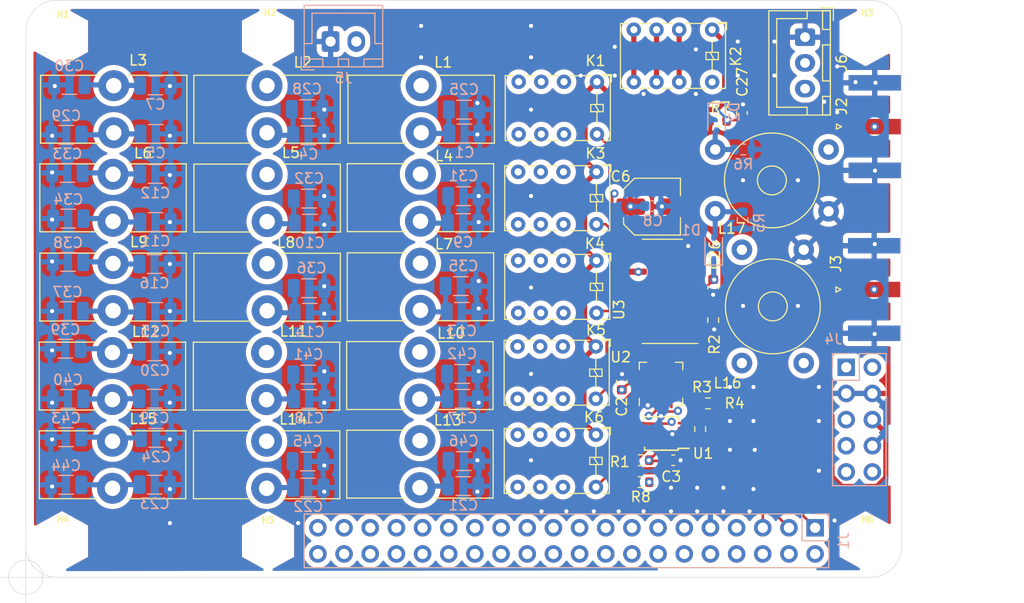
<source format=kicad_pcb>
(kicad_pcb (version 20221018) (generator pcbnew)
  (layers (0 "F.Cu" signal) (1 "In1.Cu" signal) (2 "In2.Cu" signal) (31 "B.Cu" signal) (34 "B.Paste" user) (35 "F.Paste" user) (36 "B.SilkS" user "B.Silkscreen") (37 "F.SilkS" user "F.Silkscreen") (38 "B.Mask" user) (39 "F.Mask" user) (44 "Edge.Cuts" user))
  (net 0 "")
  (net 1 "GND")
  (net 2 "Net-(C28-Pad1)")
  (net 3 "Net-(C29-Pad1)")
  (net 4 "Net-(C30-Pad1)")
  (net 5 "Net-(C31-Pad1)")
  (net 6 "Net-(C10-Pad1)")
  (net 7 "Net-(C11-Pad1)")
  (net 8 "Net-(C12-Pad1)")
  (net 9 "Net-(C13-Pad1)")
  (net 10 "Net-(C14-Pad1)")
  (net 11 "Net-(C15-Pad1)")
  (net 12 "Net-(C16-Pad1)")
  (net 13 "Net-(C17-Pad1)")
  (net 14 "Net-(J1-Pin_1)")
  (net 15 "Net-(J4-Pin_6)")
  (net 16 "Net-(C1-Pad1)")
  (net 17 "Net-(C18-Pad1)")
  (net 18 "Net-(C19-Pad1)")
  (net 19 "Net-(C20-Pad1)")
  (net 20 "Net-(C21-Pad1)")
  (net 21 "Net-(C22-Pad1)")
  (net 22 "Net-(C23-Pad1)")
  (net 23 "Net-(C24-Pad1)")
  (net 24 "Net-(J1-Pin_3)")
  (net 26 "Net-(J1-Pin_5)")
  (net 58 "Net-(K1-Pad2)")
  (net 59 "Net-(K1-Pad3)")
  (net 64 "Net-(K3-Pad2)")
  (net 65 "Net-(K1-Pad6)")
  (net 66 "Net-(U3-O1)")
  (net 67 "Net-(K4-Pad2)")
  (net 68 "Net-(U3-O5)")
  (net 69 "Net-(K3-Pad6)")
  (net 70 "Net-(U3-O2)")
  (net 71 "Net-(K4-Pad6)")
  (net 72 "Net-(U3-O3)")
  (net 73 "Net-(K5-Pad2)")
  (net 74 "Net-(K5-Pad6)")
  (net 75 "Net-(U3-O4)")
  (net 76 "Net-(K6-Pad2)")
  (net 81 "Net-(U2-GP0)")
  (net 83 "Net-(D1-K)")
  (net 84 "Net-(D2-K)")
  (net 85 "Net-(U2-GP1)")
  (net 86 "Net-(U2-GP2)")
  (net 87 "Net-(U2-GP3)")
  (net 88 "Net-(U2-GP4)")
  (net 90 "Net-(U2-GP7)")
  (net 92 "Net-(U2-GP6)")
  (net 93 "Net-(U3-O7)")
  (net 94 "Net-(D1-A)")
  (net 95 "Net-(J3-In)")
  (net 96 "Net-(K6-Pad6)")
  (net 97 "Net-(U1-AIN1)")
  (net 98 "Net-(J2-In)")
  (net 99 "Net-(J5-Pin_2)")
  (net 106 "Net-(J6-Pin_3)")
  (net 107 "Net-(D2-A)")
  (footprint "Relay_THT:Relay_DPDT_AXICOM_IMSeries_Pitch5.08mm" (layer "F.Cu") (at 155.905 142.295 -90)
    (fp_text reference "K6")
    (fp_text value "IM06")
  )
  (footprint "Inductor_THT:L_Toroid_Vertical_L14.0mm_W6.3mm_P4.57mm_Pulse_A" (layer "F.Cu") (at 109.035 125.6825)
    (fp_text reference "L9")
    (fp_text value "773n")
  )
  (footprint "Capacitor_SMD:C_0603_1608Metric" (layer "F.Cu") (at 170.077 111.077 90)
    (fp_text reference "C27")
    (fp_text value "10n")
  )
  (footprint "MPV-2024:MountingHole_2.7mm_M2.5_KA" (layer "F.Cu") (at 104.08 103.63)
    (fp_text reference "H1")
    (fp_text value "2.5mm")
  )
  (footprint "Inductor_THT:L_Toroid_Vertical_L14.0mm_W6.3mm_P4.57mm_Pulse_A" (layer "F.Cu") (at 138.945 108.42)
    (fp_text reference "L1")
    (fp_text value "2.42uh")
  )
  (footprint "Relay_THT:Relay_DPDT_AXICOM_IMSeries_Pitch5.08mm" (layer "F.Cu") (at 156.005 108.045 -90)
    (fp_text reference "K1")
    (fp_text value "IM06")
  )
  (footprint "Transformer_THT:Transformer_Toroid_Horizontal_D9.0mm_Amidon-T30" (layer "F.Cu") (at 167.485 120.615)
    (fp_text reference "L17")
    (fp_text value "T37-43 1:13")
  )
  (footprint "Inductor_THT:L_Toroid_Vertical_L14.0mm_W6.3mm_P4.57mm_Pulse_A" (layer "F.Cu") (at 123.985 108.42)
    (fp_text reference "L2")
    (fp_text value "3.01uh")
  )
  (footprint "Inductor_THT:L_Toroid_Vertical_L14.0mm_W6.3mm_P4.57mm_Pulse_A" (layer "F.Cu") (at 109.105 108.42)
    (fp_text reference "L3")
    (fp_text value "2.42uh")
  )
  (footprint "Relay_THT:Relay_DPDT_AXICOM_IMSeries_Pitch5.08mm" (layer "F.Cu") (at 155.895 133.7325 -90)
    (fp_text reference "K5")
    (fp_text value "IM06")
  )
  (footprint "Package_SO:SOIC-16_3.9x9.9mm_P1.27mm" (layer "F.Cu") (at 162.355 128.385 180)
    (fp_text reference "U3")
    (fp_text value "ULN2003A")
  )
  (footprint "Capacitor_SMD:C_0603_1608Metric" (layer "F.Cu") (at 163.405 144.775)
    (fp_text reference "C3")
    (fp_text value "100n")
  )
  (footprint "MPV-2024:MountingHole_2.7mm_M2.5_KA" (layer "F.Cu") (at 182.08 152.63)
    (fp_text reference "H6")
    (fp_text value "2.5mm")
  )
  (footprint "MPV-2024:MountingHole_2.7mm_M2.5_KA" (layer "F.Cu") (at 124.08 103.63)
    (fp_text reference "H2")
    (fp_text value "2.5mm")
  )
  (footprint "Connector_Coaxial:SMA_Amphenol_132289_EdgeMount" (layer "F.Cu") (at 182.91 128.205)
    (fp_text reference "J3")
    (fp_text value "Antenna")
  )
  (footprint "Inductor_THT:L_Toroid_Vertical_L14.0mm_W6.3mm_P4.57mm_Pulse_A" (layer "F.Cu") (at 109.035 117.02125)
    (fp_text reference "L6")
    (fp_text value "1.38u")
  )
  (footprint "Capacitor_SMD:C_Elec_5x5.8" (layer "F.Cu") (at 161.349 120.163)
    (fp_text reference "C6")
    (fp_text value "33µ 25V")
  )
  (footprint "Capacitor_SMD:C_0603_1608Metric" (layer "F.Cu") (at 167.285 127.999 -90)
    (fp_text reference "C26")
    (fp_text value "10n")
  )
  (footprint "Inductor_THT:L_Toroid_Vertical_L14.0mm_W6.3mm_P4.57mm_Pulse_A" (layer "F.Cu") (at 108.985 142.929)
    (fp_text reference "L15")
    (fp_text value "300n")
  )
  (footprint "MPV-2024:MountingHole_2.7mm_M2.5_KA" (layer "F.Cu") (at 104.08 152.63)
    (fp_text reference "H4")
    (fp_text value "2.5mm")
  )
  (footprint "MPV-2024:MountingHole_2.7mm_M2.5_KA" (layer "F.Cu") (at 124.08 152.63)
    (fp_text reference "H5")
    (fp_text value "2.5mm")
  )
  (footprint "Transformer_THT:Transformer_Toroid_Horizontal_D9.0mm_Amidon-T30" (layer "F.Cu") (at 176.075 135.345 90)
    (fp_text reference "L16")
    (fp_text value "T37-43 1:13")
  )
  (footprint "Resistor_SMD:R_0603_1608Metric" (layer "F.Cu") (at 167.285 131.173 -90)
    (fp_text reference "R2")
    (fp_text value "10k")
  )
  (footprint "MPV-2024:MountingHole_2.7mm_M2.5_KA" (layer "F.Cu") (at 182.08 103.63)
    (fp_text reference "H3")
    (fp_text value "2.5mm")
  )
  (footprint "Resistor_SMD:R_0603_1608Metric" (layer "F.Cu") (at 166.023 141.754 -90)
    (fp_text reference "R3")
    (fp_text value "1k")
  )
  (footprint "Connector_Coaxial:SMA_Amphenol_132289_EdgeMount" (layer "F.Cu") (at 182.96 112.395)
    (fp_text reference "J2")
    (fp_text value "Input")
  )
  (footprint "Resistor_SMD:R_0603_1608Metric" (layer "F.Cu") (at 166.785 139.255 180)
    (fp_text reference "R4")
    (fp_text value "9.0k")
  )
  (footprint "Inductor_THT:L_Toroid_Vertical_L14.0mm_W6.3mm_P4.57mm_Pulse_A" (layer "F.Cu") (at 123.935 134.32525)
    (fp_text reference "L11")
    (fp_text value "561n")
  )
  (footprint "Inductor_THT:L_Toroid_Vertical_L14.0mm_W6.3mm_P4.57mm_Pulse_A" (layer "F.Cu") (at 138.875 125.6525)
    (fp_text reference "L7")
    (fp_text value "773n")
  )
  (footprint "Connector_JST:JST_XH_B3B-XH-A_1x03_P2.50mm_Vertical" (layer "F.Cu") (at 176.203 103.713 -90)
    (fp_text reference "J6")
    (fp_text value "/PA")
  )
  (footprint "Relay_THT:Relay_DPDT_AXICOM_IMSeries_Pitch5.08mm" (layer "F.Cu") (at 167.185 102.985 -90)
    (fp_text reference "K2")
    (fp_text value "IM06")
  )
  (footprint "Inductor_THT:L_Toroid_Vertical_L14.0mm_W6.3mm_P4.57mm_Pulse_A" (layer "F.Cu") (at 138.875 117.00625)
    (fp_text reference "L4")
    (fp_text value "1.38u")
  )
  (footprint "Inductor_THT:L_Toroid_Vertical_L14.0mm_W6.3mm_P4.57mm_Pulse_A" (layer "F.Cu") (at 123.995 125.6975)
    (fp_text reference "L8")
    (fp_text value "990n")
  )
  (footprint "Inductor_THT:L_Toroid_Vertical_L14.0mm_W6.3mm_P4.57mm_Pulse_A" (layer "F.Cu") (at 108.975 134.31775)
    (fp_text reference "L12")
    (fp_text value "444n")
  )
  (footprint "Relay_THT:Relay_DPDT_AXICOM_IMSeries_Pitch5.08mm" (layer "F.Cu") (at 155.955 116.7875 -90)
    (fp_text reference "K3")
    (fp_text value "IM06")
  )
  (footprint "Resistor_SMD:R_0603_1608Metric" (layer "F.Cu") (at 160.255 144.773 180)
    (fp_text reference "R1")
    (fp_text value "10k")
  )
  (footprint "Inductor_THT:L_Toroid_Vertical_L14.0mm_W6.3mm_P4.57mm_Pulse_A" (layer "F.Cu") (at 138.825 142.869)
    (fp_text reference "L13")
    (fp_text value "300n")
  )
  (footprint "Package_SO:TSSOP-10_3x3mm_P0.5mm" (layer "F.Cu") (at 162.255 142.175 180)
    (fp_text reference "U1")
    (fp_text value "ADS1115IDGS")
  )
  (footprint "Inductor_THT:L_Toroid_Vertical_L14.0mm_W6.3mm_P4.57mm_Pulse_A" (layer "F.Cu") (at 123.945 142.929)
    (fp_text reference "L14")
    (fp_text value "380n")
  )
  (footprint "Inductor_THT:L_Toroid_Vertical_L14.0mm_W6.3mm_P4.57mm_Pulse_A" (layer "F.Cu") (at 123.995 117.04375)
    (fp_text reference "L5")
    (fp_text value "1.70u")
  )
  (footprint "Relay_THT:Relay_DPDT_AXICOM_IMSeries_Pitch5.08mm" (layer "F.Cu") (at 155.955 125.4 -90)
    (fp_text reference "K4")
    (fp_text value "IM06")
  )
  (footprint "Package_DFN_QFN:QFN-20-1EP_4x4mm_P0.5mm_EP2.7x2.7mm" (layer "F.Cu") (at 162.225 137.375 90)
    (fp_text reference "U2")
    (fp_text value "MCP23008-xML")
  )
  (footprint "Resistor_SMD:R_0603_1608Metric" (layer "F.Cu") (at 167.771 111.839 180)
    (fp_text reference "R7")
    (fp_text value "10k")
  )
  (footprint "Capacitor_SMD:C_0603_1608Metric" (layer "F.Cu") (at 158.415 137.165 90)
    (fp_text reference "C2")
    (fp_text value "100n")
  )
  (footprint "Resistor_SMD:R_0603_1608Metric" (layer "F.Cu") (at 160.255 146.902 180)
    (fp_text reference "R8")
    (fp_text value "10k")
  )
  (footprint "Inductor_THT:L_Toroid_Vertical_L14.0mm_W6.3mm_P4.57mm_Pulse_A" (layer "F.Cu") (at 138.815 134.27275)
    (fp_text reference "L10")
    (fp_text value "444n")
  )
  (footprint "Capacitor_SMD:C_1206_3216Metric" (layer "B.Cu") (at 143.045 119.145)
    (fp_text reference "C31")
    (fp_text value "0p")
  )
  (footprint "Capacitor_SMD:C_1206_3216Metric" (layer "B.Cu") (at 113.065 138.805)
    (fp_text reference "C19")
    (fp_text value "220p")
  )
  (footprint "Capacitor_SMD:C_0603_1608Metric" (layer "B.Cu") (at 161.429 120.103)
    (fp_text reference "C8")
    (fp_text value "100n")
  )
  (footprint "Capacitor_SMD:C_1206_3216Metric" (layer "B.Cu") (at 104.605 116.885 180)
    (fp_text reference "C33")
    (fp_text value "0p")
  )
  (footprint "Capacitor_SMD:C_1206_3216Metric" (layer "B.Cu") (at 128.075 138.83)
    (fp_text reference "C18")
    (fp_text value "220p")
  )
  (footprint "Capacitor_SMD:C_1206_3216Metric" (layer "B.Cu") (at 143.145 113.055)
    (fp_text reference "C1")
    (fp_text value "470p")
  )
  (footprint "Capacitor_SMD:C_1206_3216Metric" (layer "B.Cu") (at 142.921 136.401)
    (fp_text reference "C42")
    (fp_text value "33p")
  )
  (footprint "Capacitor_SMD:C_1206_3216Metric" (layer "B.Cu") (at 127.935 144.893)
    (fp_text reference "C45")
    (fp_text value "0p")
  )
  (footprint "Capacitor_SMD:C_1206_3216Metric" (layer "B.Cu") (at 142.895 130.375)
    (fp_text reference "C13")
    (fp_text value "150p")
  )
  (footprint "Capacitor_SMD:C_1206_3216Metric" (layer "B.Cu") (at 128.059 128.081)
    (fp_text reference "C36")
    (fp_text value "0p")
  )
  (footprint "Capacitor_SMD:C_1206_3216Metric" (layer "B.Cu") (at 104.475 147.159 180)
    (fp_text reference "C44")
    (fp_text value "0p")
  )
  (footprint "Capacitor_SMD:C_1206_3216Metric" (layer "B.Cu") (at 142.955 138.815)
    (fp_text reference "C17")
    (fp_text value "47p")
  )
  (footprint "Capacitor_SMD:C_1206_3216Metric" (layer "B.Cu") (at 142.791 127.875)
    (fp_text reference "C35")
    (fp_text value "33p")
  )
  (footprint "Capacitor_SMD:C_1206_3216Metric" (layer "B.Cu") (at 113.085 147.145)
    (fp_text reference "C23")
    (fp_text value "150p")
  )
  (footprint "Capacitor_SMD:C_1206_3216Metric" (layer "B.Cu") (at 127.995 113.235)
    (fp_text reference "C4")
    (fp_text value "820p")
  )
  (footprint "Capacitor_SMD:C_1206_3216Metric" (layer "B.Cu") (at 113.145 108.395)
    (fp_text reference "C7")
    (fp_text value "470p")
  )
  (footprint "Capacitor_SMD:C_1206_3216Metric" (layer "B.Cu") (at 127.997 136.463)
    (fp_text reference "C41")
    (fp_text value "0p")
  )
  (footprint "Capacitor_SMD:C_1206_3216Metric" (layer "B.Cu") (at 104.691 121.319 180)
    (fp_text reference "C34")
    (fp_text value "0p")
  )
  (footprint "Resistor_SMD:R_0603_1608Metric" (layer "B.Cu") (at 170.205 114.615)
    (fp_text reference "R6")
    (fp_text value "51")
  )
  (footprint "Diode_SMD:D_SOD-323" (layer "B.Cu") (at 167.34 124.221 90)
    (fp_text reference "D1")
    (fp_text value "1n5711wds")
  )
  (footprint "Diode_SMD:D_SOD-323" (layer "B.Cu") (at 167.619 111.725 -90)
    (fp_text reference "D2")
    (fp_text value "1n5711wds")
  )
  (footprint "Capacitor_SMD:C_1206_3216Metric" (layer "B.Cu") (at 113.175 113.105)
    (fp_text reference "C5")
    (fp_text value "820p")
  )
  (footprint "Connector_PinSocket_2.54mm:PinSocket_2x05_P2.54mm_Vertical" (layer "B.Cu") (at 180.2 135.7536 180)
    (fp_text reference "J4")
    (fp_text value "Pwr")
  )
  (footprint "Capacitor_SMD:C_1206_3216Metric" (layer "B.Cu") (at 128.135 121.82)
    (fp_text reference "C10")
    (fp_text value "680p")
  )
  (footprint "Capacitor_SMD:C_1206_3216Metric" (layer "B.Cu") (at 113.215 142.605)
    (fp_text reference "C24")
    (fp_text value "47p")
  )
  (footprint "Capacitor_SMD:C_1206_3216Metric" (layer "B.Cu") (at 128.059 119.383)
    (fp_text reference "C32")
    (fp_text value "0p")
  )
  (footprint "Capacitor_SMD:C_1206_3216Metric" (layer "B.Cu") (at 143.075 144.859)
    (fp_text reference "C46")
    (fp_text value "10p")
  )
  (footprint "Capacitor_SMD:C_1206_3216Metric" (layer "B.Cu") (at 104.499 113.191 180)
    (fp_text reference "C29")
    (fp_text value "390p")
  )
  (footprint "Capacitor_SMD:C_1206_3216Metric" (layer "B.Cu") (at 143.025 147.285)
    (fp_text reference "C21")
    (fp_text value "47p")
  )
  (footprint "Capacitor_SMD:C_1206_3216Metric" (layer "B.Cu") (at 113.145 116.985)
    (fp_text reference "C12")
    (fp_text value "270p")
  )
  (footprint "Capacitor_SMD:C_1206_3216Metric" (layer "B.Cu") (at 113.145 130.385)
    (fp_text reference "C15")
    (fp_text value "390p")
  )
  (footprint "Capacitor_SMD:C_1206_3216Metric" (layer "B.Cu") (at 113.065 125.735)
    (fp_text reference "C16")
    (fp_text value "150p")
  )
  (footprint "Connector_JST:JST_XH_B2B-XH-A_1x02_P2.50mm_Vertical" (layer "B.Cu") (at 130.149 104.135)
    (fp_text reference "J5")
    (fp_text value "RX")
  )
  (footprint "Capacitor_SMD:C_1206_3216Metric" (layer "B.Cu") (at 143.107 110.747)
    (fp_text reference "C25")
    (fp_text value "0p")
  )
  (footprint "Capacitor_SMD:C_1206_3216Metric" (layer "B.Cu") (at 113.155 121.655)
    (fp_text reference "C11")
    (fp_text value "680p")
  )
  (footprint "Capacitor_SMD:C_1206_3216Metric" (layer "B.Cu") (at 143.015 121.765)
    (fp_text reference "C9")
    (fp_text value "270p")
  )
  (footprint "Capacitor_SMD:C_1206_3216Metric" (layer "B.Cu") (at 104.797 108.345 180)
    (fp_text reference "C30")
    (fp_text value "0p")
  )
  (footprint "Capacitor_SMD:C_1206_3216Metric" (layer "B.Cu") (at 104.413 133.951 180)
    (fp_text reference "C39")
    (fp_text value "33p")
  )
  (footprint "Capacitor_SMD:C_1206_3216Metric" (layer "B.Cu") (at 127.867 110.699)
    (fp_text reference "C28")
    (fp_text value "390p")
  )
  (footprint "Capacitor_SMD:C_1206_3216Metric" (layer "B.Cu") (at 104.629 130.305 180)
    (fp_text reference "C37")
    (fp_text value "0p")
  )
  (footprint "Capacitor_SMD:C_1206_3216Metric" (layer "B.Cu") (at 104.667 138.825 180)
    (fp_text reference "C40")
    (fp_text value "0p")
  )
  (footprint "Capacitor_SMD:C_1206_3216Metric" (layer "B.Cu") (at 104.475 142.539 180)
    (fp_text reference "C43")
    (fp_text value "10p")
  )
  (footprint "Connector_PinSocket_2.54mm:PinSocket_2x20_P2.54mm_Vertical" (layer "B.Cu") (at 177.18 151.33 90)
    (fp_text reference "J1")
    (fp_text value "GPIO")
  )
  (footprint "Capacitor_SMD:C_1206_3216Metric" (layer "B.Cu") (at 113.105 134.205)
    (fp_text reference "C20")
    (fp_text value "47p")
  )
  (footprint "Capacitor_SMD:C_1206_3216Metric" (layer "B.Cu") (at 128.135 130.465)
    (fp_text reference "C14")
    (fp_text value "390p")
  )
  (footprint "Resistor_SMD:R_0603_1608Metric" (layer "B.Cu") (at 170.143 121.481 -90)
    (fp_text reference "R5")
    (fp_text value "51")
  )
  (footprint "Capacitor_SMD:C_1206_3216Metric" (layer "B.Cu") (at 104.667 125.521 180)
    (fp_text reference "C38")
    (fp_text value "33p")
  )
  (footprint "Capacitor_SMD:C_1206_3216Metric" (layer "B.Cu") (at 127.975 147.425)
    (fp_text reference "C22")
    (fp_text value "150p")
  )
  (gr_arc (start 182.58 100.13) (mid 184.70132 101.00868) (end 185.58 103.13) (stroke (width 0.05)) (layer "Edge.Cuts"))
  (gr_arc (start 103.58 156.13) (mid 101.455147 155.247782) (end 100.580017 153.12) (stroke (width 0.05)) (layer "Edge.Cuts"))
  (gr_line (start 100.58 103.12) (end 100.58 153.12) (stroke (width 0.05)) (layer "Edge.Cuts"))
  (gr_arc (start 100.580001 103.12) (mid 101.462207 101.005136) (end 103.58 100.129984) (stroke (width 0.05)) (layer "Edge.Cuts"))
  (gr_line (start 103.58 156.13) (end 182.58 156.13) (stroke (width 0.05)) (layer "Edge.Cuts"))
  (gr_line (start 185.58 103.13) (end 185.58 153.13) (stroke (width 0.05)) (layer "Edge.Cuts"))
  (gr_arc (start 185.58 153.13) (mid 184.70132 155.25132) (end 182.58 156.13) (stroke (width 0.05)) (layer "Edge.Cuts"))
  (gr_line (start 103.58 100.13) (end 182.58 100.13) (stroke (width 0.05)) (layer "Edge.Cuts"))
  (gr_text "©2024 Mario P. Vano\nLow Pass Filter Board\nLP2 ver 1.0" (at 114.046 103.886) (layer "F.Cu") (effects (font (size 0.7 0.7) (thickness 0.15) bold)))
  (target plus (at 100.5646 156.1368) (size 5) (width 0.05) (layer "Edge.Cuts"))
  (segment (start 161.054366 139.325) (end 160.939836 139.43953) (width 0.25) (layer "F.Cu") (net 1))
  (segment (start 163.58 142.175) (end 163.322 142.24) (width 0.25) (layer "F.Cu") (net 1))
  (segment (start 164.405 142.175) (end 163.58 142.175) (width 0.25) (layer "F.Cu") (net 1))
  (segment (start 160.105 141.675) (end 161.36 141.675) (width 0.25) (layer "F.Cu") (net 1))
  (segment (start 163.322 142.24) (end 163.449 142.306) (width 0.25) (layer "F.Cu") (net 1))
  (segment (start 163.449 143.044) (end 163.58 143.175) (width 0.25) (layer "F.Cu") (net 1))
  (segment (start 166.023 142.579) (end 165.619 142.175) (width 0.25) (layer "F.Cu") (net 1))
  (segment (start 162.225 139.325) (end 162.225 140.485) (width 0.25) (layer "F.Cu") (net 1))
  (segment (start 160.275 136.875) (end 158.895 136.875) (width 0.25) (layer "F.Cu") (net 1))
  (segment (start 163.85 143.175) (end 163.58 143.175) (width 0.25) (layer "F.Cu") (net 1))
  (segment (start 161.225 139.325) (end 161.054366 139.325) (width 0.25) (layer "F.Cu") (net 1))
  (segment (start 162.225 140.485) (end 162.22 140.49) (width 0.25) (layer "F.Cu") (net 1))
  (segment (start 162.86 143.175) (end 164.405 143.175) (width 0.25) (layer "F.Cu") (net 1))
  (segment (start 158.895 136.875) (end 158.44 136.42) (width 0.25) (layer "F.Cu") (net 1))
  (segment (start 161.36 141.675) (end 162.86 143.175) (width 0.25) (layer "F.Cu") (net 1))
  (segment (start 163.449 142.306) (end 163.449 143.044) (width 0.25) (layer "F.Cu") (net 1))
  (segment (start 165.619 142.175) (end 164.405 142.175) (width 0.25) (layer "F.Cu") (net 1))
  (via (at 144.526 121.666) (size 0.8) (drill 0.4) (layers "F.Cu" "B.Cu") (net 1))
  (via (at 114.554 150.876) (size 0.8) (drill 0.4) (layers "F.Cu" "B.Cu") (net 1))
  (via (at 171.323 143.764) (size 0.8) (drill 0.4) (layers "F.Cu" "B.Cu") (net 1))
  (via (at 144.399 113.157) (size 0.8) (drill 0.4) (layers "F.Cu" "B.Cu") (net 1))
  (via (at 169.672 107.442) (size 0.8) (drill 0.4) (layers "F.Cu" "B.Cu") (net 1))
  (via (at 157.734 104.648) (size 0.8) (drill 0.4) (layers "F.Cu" "B.Cu") (net 1))
  (via (at 138.938 102.616) (size 0.8) (drill 0.4) (layers "F.Cu" "B.Cu") (net 1))
  (via (at 129.54 113.284) (size 0.8) (drill 0.4) (layers "F.Cu" "B.Cu") (net 1))
  (via (at 170.18 117.602) (size 0.8) (drill 0.4) (layers "F.Cu" "B.Cu") (net 1))
  (via (at 160.528 109.22) (size 0.8) (drill 0.4) (layers "F.Cu" "B.Cu") (net 1))
  (via (at 149.606 119.126) (size 0.8) (drill 0.4) (layers "F.Cu" "B.Cu") (net 1))
  (via (at 163.195 149.733) (size 0.8) (drill 0.4) (layers "F.Cu" "B.Cu") (net 1))
  (via (at 158.115 149.733) (size 0.8) (drill 0.4) (layers "F.Cu" "B.Cu") (net 1))
  (via (at 154.432 107.442) (size 0.8) (drill 0.4) (layers "F.Cu" "B.Cu") (net 1))
  (via (at 103.124 147.32) (size 0.8) (drill 0.4) (layers "F.Cu" "B.Cu") (net 1))
  (via (at 149.606 102.616) (size 0.8) (drill 0.4) (layers "F.Cu" "B.Cu") (net 1))
  (via (at 167.28 128.716) (size 0.8) (drill 0.4) (layers "F.Cu" "B.Cu") (net 1))
  (via (at 114.554 139.192) (size 0.8) (drill 0.4) (layers "F.Cu" "B.Cu") (net 1))
  (via (at 183.04 108.14) (size 0.8) (drill 0.4) (layers "F.Cu" "B.Cu") (net 1))
  (via (at 179.324 110.998) (size 0.8) (drill 0.4) (layers "F.Cu" "B.Cu") (net 1))
  (via (at 150.622 149.733) (size 0.8) (drill 0.4) (layers "F.Cu" "B.Cu") (net 1))
  (via (at 103.124 113.284) (size 0.8) (drill 0.4) (layers "F.Cu" "B.Cu") (net 1))
  (via (at 114.554 134.366) (size 0.8) (drill 0.4) (layers "F.Cu" "B.Cu") (net 1))
  (via (at 144.526 139.192) (size 0.8) (drill 0.4) (layers "F.Cu" "B.Cu") (net 1))
  (via (at 177.546 137.668) (size 0.8) (drill 0.4) (layers "F.Cu" "B.Cu") (net 1))
  (via (at 103.124 116.84) (size 0.8) (drill 0.4) (layers "F.Cu" "B.Cu") (net 1))
  (via (at 103.124 134.112) (size 0.8) (drill 0.4) (layers "F.Cu" "B.Cu") (net 1))
  (via (at 178.054 109.982) (size 0.8) (drill 0.4) (layers "F.Cu" "B.Cu") (net 1))
  (via (at 149.606 128.016) (size 0.8) (drill 0.4) (layers "F.Cu" "B.Cu") (net 1))
  (via (at 129.54 139.192) (size 0.8) (drill 0.4) (layers "F.Cu" "B.Cu") (net 1))
  (via (at 149.606 105.664) (size 0.8) (drill 0.4) (layers "F.Cu" "B.Cu") (net 1))
  (via (at 144.399 147.828) (size 0.8) (drill 0.4) (layers "F.Cu" "B.Cu") (net 1))
  (via (at 160.528 149.733) (size 0.8) (drill 0.4) (layers "F.Cu" "B.Cu") (net 1))
  (via (at 170.18 129.794) (size 0.8) (drill 0.4) (layers "F.Cu" "B.Cu") (net 1))
  (via (at 165.608 109.22) (size 0.8) (drill 0.4) (layers "F.Cu" "B.Cu") (net 1))
  (via (at 129.54 147.828) (size 0.8) (drill 0.4) (layers "F.Cu" "B.Cu") (net 1))
  (via (at 168.91 143.764) (size 0.8) (drill 0.4) (layers "F.Cu" "B.Cu") (net 1))
  (via (at 114.554 113.284) (size 0.8) (drill 0.4) (layers "F.Cu" "B.Cu") (net 1))
  (via (at 165.735 149.733) (size 0.8) (drill 0.4) (layers "F.Cu" "B.Cu") (net 1))
  (via (at 144.399 110.109) (size 0.8) (drill 0.4) (layers "F.Cu" "B.Cu") (net 1))
  (via (at 164.86 123.99) (size 0.8) (drill 0.4) (layers "F.Cu" "B.Cu") (net 1))
  (via (at 129.54 145.288) (size 0.8) (drill 0.4) (layers "F.Cu" "B.Cu") (net 1))
  (via (at 163.195 147.447) (size 0.8) (drill 0.4) (layers "F.Cu" "B.Cu") (net 1))
  (via (at 165.735 147.447) (size 0.8) (drill 0.4) (layers "F.Cu" "B.Cu") (net 1))
  (via (at 129.54 127.889) (size 0.8) (drill 0.4) (layers "F.Cu" "B.Cu") (net 1))
  (via (at 182.96 132.52) (size 0.8) (drill 0.4) (layers "F.Cu" "B.Cu") (net 1))
  (via (at 144.526 119.126) (size 0.8) (drill 0.4) (layers "F.Cu" "B.Cu") (net 1))
  (via (at 144.526 127.381) (size 0.8) (drill 0.4) (layers "F.Cu" "B.Cu") (net 1))
  (via (at 103.124 121.412) (size 0.8) (drill 0.4) (layers "F.Cu" "B.Cu") (net 1))
  (via (at 181.102 108.077) (size 0.8) (drill 0.4) (layers "F.Cu" "B.Cu") (net 1))
  (via (at 103.124 130.302) (size 0.8) (drill 0.4) (layers "F.Cu" "B.Cu") (net 1))
  (via (at 168.275 149.733) (size 0.8) (drill 0.4) (layers "F.Cu" "B.Cu") (net 1))
  (via (at 114.554 108.458) (size 0.8) (drill 0.4) (layers "F.Cu" "B.Cu") (net 1))
  (via (at 155.702 149.733) (size 0.8) (drill 0.4) (layers "F.Cu" "B.Cu") (net 1))
  (via (at 157.734 107.442) (size 0.8) (drill 0.4) (layers "F.Cu" "B.Cu") (net 1))
  (via (at 182.97 123.8) (size 0.8) (drill 0.4) (layers "F.Cu" "B.Cu") (net 1))
  (via (at 167.386 132.08) (size 0.8) (drill 0.4) (layers "F.Cu" "B.Cu") (net 1))
  (via (at 129.54 136.144) (size 0.8) (drill 0.4) (layers "F.Cu" "B.Cu") (net 1))
  (via (at 114.554 147.574) (size 0.8) (drill 0.4) (layers "F.Cu" "B.Cu") (net 1))
  (via (at 164.12 144.78) (size 0.8) (drill 0.4) (layers "F.Cu" "B.Cu") (net 1))
  (via (at 103.378 108.458) (size 0.8) (drill 0.4) (layers "F.Cu" "B.Cu") (net 1))
  (via (at 168.91 137.668) (size 0.8) (drill 0.4) (layers "F.Cu" "B.Cu") (net 1))
  (via (at 171.196 140.97) (size 0.8) (drill 0.4) (layers "F.Cu" "B.Cu") (net 1))
  (via (at 149.606 144.78) (size 0.8) (drill 0.4) (layers "F.Cu" "B.Cu") (net 1))
  (via (at 177.546 140.97) (size 0.8) (drill 0.4) (layers "F.Cu" "B.Cu") (net 1))
  (via (at 129.54 119.126) (size 0.8) (drill 0.4) (layers "F.Cu" "B.Cu") (net 1))
  (via (at 168.275 147.447) (size 0.8) (drill 0.4) (layers "F.Cu" "B.Cu") (net 1))
  (via (at 114.554 130.302) (size 0.8) (drill 0.4) (layers "F.Cu" "B.Cu") (net 1))
  (via (at 169.672 104.14) (size 0.8) (drill 0.4) (layers "F.Cu" "B.Cu") (net 1))
  (via (at 144.526 136.144) (size 0.8) (drill 0.4) (layers "F.Cu" "B.Cu") (net 1))
  (via (at 129.54 110.744) (size 0.8) (drill 0.4) (layers "F.Cu" "B.Cu") (net 1))
  (via (at 153.035 149.733) (size 0.8) (drill 0.4) (layers "F.Cu" "B.Cu") (net 1))
  (via (at 103.124 142.748) (size 0.8) (drill 0.4) (layers "F.Cu" "B.Cu") (net 1))
  (via (at 165.608 104.902) (size 0.8) (drill 0.4) (layers "F.Cu" "B.Cu") (net 1))
  (via (at 160.939836 139.43953) (size 0.8) (drill 0.4) (layers "F.Cu" "B.Cu") (net 1))
  (via (at 163.322 142.24) (size 0.8) (drill 0.4) (layers "F.Cu" "B.Cu") (net 1))
  (via (at 179.07 150.622) (size 0.8) (drill 0.4) (layers "F.Cu" "B.Cu") (net 1))
  (via (at 158.44 136.42) (size 0.8) (drill 0.4) (layers "F.Cu" "B.Cu") (net 1))
  (via (at 103.124 125.476) (size 0.8) (drill 0.4) (layers "F.Cu" "B.Cu") (net 1))
  (via (at 138.938 105.664) (size 0.8) (drill 0.4) (layers "F.Cu" "B.Cu") (net 1))
  (via (at 144.526 130.048) (size 0.8) (drill 0.4) (layers "F.Cu" "B.Cu") (net 1))
  (via (at 114.554 117.094) (size 0.8) (drill 0.4) (layers "F.Cu" "B.Cu") (net 1))
  (via (at 127 150.876) (size 0.8) (drill 0.4) (layers "F.Cu" "B.Cu") (net 1))
  (via (at 144.399 144.78) (size 0.8) (drill 0.4) (layers "F.Cu" "B.Cu") (net 1))
  (via (at 114.554 142.748) (size 0.8) (drill 0.4) (layers "F.Cu" "B.Cu") (net 1))
  (via (at 162.306 120.142) (size 0.8) (drill 0.4) (layers "F.Cu" "B.Cu") (net 1))
  (via (at 129.54 121.92) (size 0.8) (drill 0.4) (layers "F.Cu" "B.Cu") (net 1))
  (via (at 149.606 110.744) (size 0.8) (drill 0.4) (layers "F.Cu" "B.Cu") (net 1))
  (via (at 177.546 145.796) (size 0.8) (drill 0.4) (layers "F.Cu" "B.Cu") (net 1))
  (via (at 171.196 147.574) (size 0.8) (drill 0.4) (layers "F.Cu" "B.Cu") (net 1))
  (via (at 170.18 110.236) (size 0.8) (drill 0.4) (layers "F.Cu" "B.Cu") (net 1))
  (via (at 168.91 140.97) (size 0.8) (drill 0.4) (layers "F.Cu" "B.Cu") (net 1))
  (via (at 175.514 129.794) (size 0.8) (drill 0.4) (layers "F.Cu" "B.Cu") (net 1))
  (via (at 170.815 149.733) (size 0.8) (drill 0.4) (layers "F.Cu" "B.Cu") (net 1))
  (via (at 114.554 121.666) (size 0.8) (drill 0.4) (layers "F.Cu" "B.Cu") (net 1))
  (via (at 129.54 130.556) (size 0.8) (drill 0.4) (layers "F.Cu" "B.Cu") (net 1))
  (via (at 173.228 104.14) (size 0.8) (drill 0.4) (layers "F.Cu" "B.Cu") (net 1))
  (via (at 171.196 137.668) (size 0.8) (drill 0.4) (layers "F.Cu" "B.Cu") (net 1))
  (via (at 179.324 106.553) (size 0.8) (drill 0.4) (layers "F.Cu" "B.Cu") (net 1))
  (via (at 182.99 116.67) (size 0.8) (drill 0.4) (layers "F.Cu" "B.Cu") (net 1))
  (via (at 175.514 117.602) (size 0.8) (drill 0.4) (layers "F.Cu" "B.Cu") (net 1))
  (via (at 149.606 136.398) (size 0.8) (drill 0.4) (layers "F.Cu" "B.Cu") (net 1))
  (via (at 162.22 140.49) (size 0.8) (drill 0.4) (layers "F.Cu" "B.Cu") (net 1))
  (via (at 114.554 125.73) (size 0.8) (drill 0.4) (layers "F.Cu" "B.Cu") (net 1))
  (via (at 103.124 139.192) (size 0.8) (drill 0.4) (layers "F.Cu" "B.Cu") (net 1))
  (via (at 173.228 107.442) (size 0.8) (drill 0.4) (layers "F.Cu" "B.Cu") (net 1))
  (segment (start 184.04 139.5936) (end 184.04 142.0736) (width 0.5) (layer "B.Cu") (net 1))
  (segment (start 182.74 138.2936) (end 184.04 139.5936) (width 0.5) (layer "B.Cu") (net 1))
  (segment (start 184.04 142.0736) (end 182.74 143.3736) (width 0.5) (layer "B.Cu") (net 1))
  (segment (start 126.52 110.827) (end 126.392 110.699) (width 0.5) (layer "B.Cu") (net 2))
  (segment (start 126.52 113.235) (end 126.52 110.827) (width 0.5) (layer "B.Cu") (net 2))
  (segment (start 126.52 113.235) (end 124.23 113.235) (width 0.5) (layer "B.Cu") (net 2))
  (segment (start 124.23 113.235) (end 123.985 112.99) (width 0.5) (layer "B.Cu") (net 2))
  (segment (start 111.7 113.105) (end 109.22 113.105) (width 0.5) (layer "B.Cu") (net 3))
  (segment (start 108.904 113.191) (end 109.105 112.99) (width 0.5) (layer "B.Cu") (net 3))
  (segment (start 109.22 113.105) (end 109.105 112.99) (width 0.5) (layer "B.Cu") (net 3))
  (segment (start 105.974 113.191) (end 108.904 113.191) (width 0.5) (layer "B.Cu") (net 3))
  (segment (start 109.13 108.395) (end 109.105 108.42) (width 0.5) (layer "B.Cu") (net 4))
  (segment (start 106.272 108.345) (end 109.03 108.345) (width 0.5) (layer "B.Cu") (net 4))
  (segment (start 111.67 108.395) (end 109.13 108.395) (width 0.5) (layer "B.Cu") (net 4))
  (segment (start 109.03 108.345) (end 109.105 108.42) (width 0.5) (layer "B.Cu") (net 4))
  (segment (start 141.54 121.765) (end 139.06375 121.765) (width 0.5) (layer "B.Cu") (net 5))
  (segment (start 141.57 121.735) (end 141.54 121.765) (width 0.5) (layer "B.Cu") (net 5))
  (segment (start 139.06375 121.765) (end 138.875 121.57625) (width 0.5) (layer "B.Cu") (net 5))
  (segment (start 141.57 119.145) (end 141.57 121.735) (width 0.5) (layer "B.Cu") (net 5))
  (segment (start 124.20125 121.82) (end 123.995 121.61375) (width 0.5) (layer "B.Cu") (net 6))
  (segment (start 126.584 121.744) (end 126.66 121.82) (width 0.5) (layer "B.Cu") (net 6))
  (segment (start 126.584 119.383) (end 126.584 121.744) (width 0.5) (layer "B.Cu") (net 6))
  (segment (start 126.66 121.82) (end 124.20125 121.82) (width 0.5) (layer "B.Cu") (net 6))
  (segment (start 124.27125 121.89) (end 123.995 121.61375) (width 0.5) (layer "B.Cu") (net 6))
  (segment (start 106.166 121.319) (end 108.76275 121.319) (width 0.5) (layer "B.Cu") (net 7))
  (segment (start 108.76275 121.319) (end 109.035 121.59125) (width 0.5) (layer "B.Cu") (net 7))
  (segment (start 111.68 121.655) (end 109.09875 121.655) (width 0.5) (layer "B.Cu") (net 7))
  (segment (start 109.09875 121.655) (end 109.035 121.59125) (width 0.5) (layer "B.Cu") (net 7))
  (segment (start 108.89875 116.885) (end 109.035 117.02125) (width 0.5) (layer "B.Cu") (net 8))
  (segment (start 111.67 116.985) (end 109.07125 116.985) (width 0.5) (layer "B.Cu") (net 8))
  (segment (start 106.08 116.885) (end 108.89875 116.885) (width 0.5) (layer "B.Cu") (net 8))
  (segment (start 109.07125 116.985) (end 109.035 117.02125) (width 0.5) (layer "B.Cu") (net 8))
  (segment (start 141.42 130.375) (end 139.0275 130.375) (width 0.5) (layer "B.Cu") (net 9))
  (segment (start 139.0275 130.375) (end 138.875 130.2225) (width 0.5) (layer "B.Cu") (net 9))
  (segment (start 141.316 130.271) (end 141.42 130.375) (width 0.5) (layer "B.Cu") (net 9))
  (segment (start 141.316 127.875) (end 141.316 130.271) (width 0.5) (layer "B.Cu") (net 9))
  (segment (start 126.66 128.157) (end 126.584 128.081) (width 0.5) (layer "B.Cu") (net 10))
  (segment (start 126.66 130.465) (end 126.66 128.157) (width 0.5) (layer "B.Cu") (net 10))
  (segment (start 126.66 130.465) (end 124.1925 130.465) (width 0.5) (layer "B.Cu") (net 10))
  (segment (start 124.2625 130.535) (end 123.995 130.2675) (width 0.5) (layer "B.Cu") (net 10))
  (segment (start 124.1925 130.465) (end 123.995 130.2675) (width 0.5) (layer "B.Cu") (net 10))
  (segment (start 108.9825 130.305) (end 109.035 130.2525) (width 0.5) (layer "B.Cu") (net 11))
  (segment (start 109.1675 130.385) (end 109.035 130.2525) (width 0.5) (layer "B.Cu") (net 11))
  (segment (start 106.104 130.305) (end 108.9825 130.305) (width 0.5) (layer "B.Cu") (net 11))
  (segment (start 111.67 130.385) (end 109.1675 130.385) (width 0.5) (layer "B.Cu") (net 11))
  (segment (start 111.59 125.735) (end 109.0875 125.735) (width 0.5) (layer "B.Cu") (net 12))
  (segment (start 108.8735 125.521) (end 109.035 125.6825) (width 0.5) (layer "B.Cu") (net 12))
  (segment (start 106.142 125.521) (end 108.8735 125.521) (width 0.5) (layer "B.Cu") (net 12))
  (segment (start 109.0875 125.735) (end 109.035 125.6825) (width 0.5) (layer "B.Cu") (net 12))
  (segment (start 141.446 136.401) (end 141.446 138.781) (width 0.5) (layer "B.Cu") (net 13))
  (segment (start 141.446 138.781) (end 141.48 138.815) (width 0.5) (layer "B.Cu") (net 13))
  (segment (start 141.48 138.815) (end 139.04125 138.815) (width 0.5) (layer "B.Cu") (net 13))
  (segment (start 161.219997 140.464698) (end 161.725 139.959695) (width 0.25) (layer "F.Cu") (net 14))
  (segment (start 175.71 149.86) (end 177.18 151.33) (width 0.25) (layer "F.Cu") (net 14))
  (segment (start 160.275 137.375) (end 158.98 137.375) (width 0.25) (layer "F.Cu") (net 14))
  (segment (start 162.725 139.969695) (end 162.805305 140.05) (width 0.25) (layer "F.Cu") (net 14))
  (segment (start 161.036 140.462) (end 161.219997 140.464698) (width 0.25) (layer "F.Cu") (net 14))
  (segment (start 161.685 142.802208) (end 161.685 144.168) (width 0.25) (layer "F.Cu") (net 14))
  (segment (start 162.66 144.84) (end 161.147 144.84) (width 0.25) (layer "F.Cu") (net 14))
  (segment (start 163.801366 140.05) (end 163.866366 139.985) (width 0.25) (layer "F.Cu") (net 14))
  (segment (start 162.725 139.325) (end 162.725 139.969695) (width 0.25) (layer "F.Cu") (net 14))
  (segment (start 173 149.053604) (end 173.806396 149.86) (width 0.25) (layer "F.Cu") (net 14))
  (segment (start 160.105 142.175) (end 161.057792 142.175) (width 0.25) (layer "F.Cu") (net 14))
  (segment (start 161.036 144.78) (end 161.08 144.773) (width 0.25) (layer "F.Cu") (net 14))
  (segment (start 158.98 137.375) (end 158.415 137.94) (width 0.25) (layer "F.Cu") (net 14))
  (segment (start 162.63 144.775) (end 163.43 145.575) (width 0.25) (layer "F.Cu") (net 14))
  (segment (start 161.685 144.168) (end 161.08 144.773) (width 0.25) (layer "F.Cu") (net 14))
  (segment (start 161.725 139.959695) (end 161.725 139.325) (width 0.25) (layer "F.Cu") (net 14))
  (segment (start 173 145.949) (end 173 149.053604) (width 0.25) (layer "F.Cu") (net 14))
  (segment (start 161.057792 142.175) (end 161.685 142.802208) (width 0.25) (layer "F.Cu") (net 14))
  (segment (start 163.43 145.575) (end 172.626 145.575) (width 0.25) (layer "F.Cu") (net 14))
  (segment (start 162.805305 140.05) (end 163.801366 140.05) (width 0.25) (layer "F.Cu") (net 14))
  (segment (start 172.626 145.575) (end 173 145.949) (width 0.25) (layer "F.Cu") (net 14))
  (segment (start 173.806396 149.86) (end 175.71 149.86) (width 0.25) (layer "F.Cu") (net 14))
  (segment (start 161.147 144.84) (end 161.08 144.773) (width 0.25) (layer "F.Cu") (net 14))
  (via (at 161.08 146.902) (size 0.8) (drill 0.4) (layers "F.Cu" "B.Cu") (net 14))
  (via (at 161.036 144.78) (size 0.8) (drill 0.4) (layers "F.Cu" "B.Cu") (net 14))
  (via (at 158.415 137.94) (size 0.8) (drill 0.4) (layers "F.Cu" "B.Cu") (net 14))
  (via (at 161.036 140.462) (size 0.8) (drill 0.4) (layers "F.Cu" "B.Cu") (net 14))
  (via (at 163.866366 139.985) (size 0.8) (drill 0.4) (layers "F.Cu" "B.Cu") (net 14))
  (segment (start 155.955 125.4) (end 154.805 126.55) (width 0.5) (layer "F.Cu") (net 15))
  (segment (start 167.61 133.126) (end 167.61 139.255) (width 0.5) (layer "F.Cu") (net 15))
  (segment (start 154.855 115.6875) (end 155.955 116.7875) (width 0.5) (layer "F.Cu") (net 15))
  (segment (start 159.2865 123.3465) (end 159.88 123.94) (width 0.5) (layer "F.Cu") (net 15))
  (segment (start 184.04 146.452078) (end 183.172078 147.32) (width 0.5) (layer "F.Cu") (net 15))
  (segment (start 154.805 117.9375) (end 154.805 124.25) (width 0.5) (layer "F.Cu") (net 15))
  (segment (start 166.32 123.14) (end 168.236 125.056) (width 0.5) (layer "F.Cu") (net 15))
  (segment (start 177.609 139.255) (end 167.61 139.255) (width 0.5) (layer "F.Cu") (net 15))
  (segment (start 154.805 132.642501) (end 155.642164 133.479665) (width 0.5) (layer "F.Cu") (net 15))
  (segment (start 154.745 141.135) (end 155.905 142.295) (width 0.5) (layer "F.Cu") (net 15))
  (segment (start 154.745 134.8825) (end 154.745 140.905) (width 0.5) (layer "F.Cu") (net 15))
  (segment (start 168.402 104.202) (end 168.402 109.982) (width 0.5) (layer "F.Cu") (net 15))
  (segment (start 155.895 133.7325) (end 154.745 134.8825) (width 0.5) (layer "F.Cu") (net 15))
  (segment (start 154.855 109.195) (end 154.855 115.6875) (width 0.5) (layer "F.Cu") (net 15))
  (segment (start 154.805 126.55) (end 154.805 132.642501) (width 0.5) (layer "F.Cu") (net 15))
  (segment (start 179.767922 147.32) (end 178.816 146.368078) (width 0.5) (layer "F.Cu") (net 15))
  (segment (start 183.172078 147.32) (end 179.767922 147.32) (width 0.5) (layer "F.Cu") (net 15))
  (segment (start 159.812 110.744) (end 159.258 111.298) (width 0.5) (layer "F.Cu") (net 15))
  (segment (start 159.88 123.94) (end 160.68 123.14) (width 0.5) (layer "F.Cu") (net 15))
  (segment (start 167.64 110.744) (end 159.812 110.744) (width 0.5) (layer "F.Cu") (net 15))
  (segment (start 168.236 132.5) (end 167.61 133.126) (width 0.5) (layer "F.Cu") (net 15))
  (segment (start 154.805 124.25) (end 155.955 125.4) (width 0.5) (layer "F.Cu") (net 15))
  (segment (start 167.185 102.985) (end 168.402 104.202) (width 0.5) (layer "F.Cu") (net 15))
  (segment (start 159.258 120.142) (end 159.2865 120.163) (width 0.5) (layer "F.Cu") (net 15))
  (segment (start 159.258 120.142) (end 159.258 111.298) (width 0.5) (layer "F.Cu") (net 15))
  (segment (start 160.68 123.14) (end 166.32 123.14) (width 0.5) (layer "F.Cu") (net 15))
  (segment (start 156.005 108.045) (end 159.258 111.298) (width 0.5) (layer "F.Cu") (net 15))
  (segment (start 159.2865 120.163) (end 159.2865 123.3465) (width 0.5) (layer "F.Cu") (net 15))
  (segment (start 168.402 109.982) (end 167.64 110.744) (width 0.5) (layer "F.Cu") (net 15))
  (segment (start 178.816 146.368078) (end 178.816 140.462) (width 0.5) (layer "F.Cu") (net 15))
  (segment (start 178.816 140.462) (end 177.609 139.255) (width 0.5) (layer "F.Cu") (net 15))
  (segment (start 184.04 142.1336) (end 184.04 146.452078) (width 0.5) (layer "F.Cu") (net 15))
  (segment (start 155.955 116.7875) (end 154.805 117.9375) (width 0.5) (layer "F.Cu") (net 15))
  (segment (start 156.005 108.045) (end 154.855 109.195) (width 0.5) (layer "F.Cu") (net 15))
  (segment (start 182.74 140.8336) (end 184.04 142.1336) (width 0.5) (layer "F.Cu") (net 15))
  (segment (start 168.236 125.056) (end 168.236 132.5) (width 0.5) (layer "F.Cu") (net 15))
  (via (at 159.258 120.142) (size 0.8) (drill 0.4) (layers "F.Cu" "B.Cu") (net 15))
  (segment (start 159.258 120.142) (end 160.615 120.142) (width 0.5) (layer "B.Cu") (net 15))
  (segment (start 160.615 120.142) (end 160.654 120.103) (width 0.5) (layer "B.Cu") (net 15))
  (segment (start 141.632 113.017) (end 141.67 113.055) (width 0.5) (layer "B.Cu") (net 16))
  (segment (start 141.67 113.055) (end 139.01 113.055) (width 0.5) (layer "B.Cu") (net 16))
  (segment (start 139.01 113.055) (end 138.945 112.99) (width 0.5) (layer "B.Cu") (net 16))
  (segment (start 141.632 110.747) (end 141.632 113.017) (width 0.5) (layer "B.Cu") (net 16))
  (segment (start 126.522 136.463) (end 126.522 138.752) (width 0.5) (layer "B.Cu") (net 17))
  (segment (start 126.6 138.83) (end 124.12375 138.83) (width 0.5) (layer "B.Cu") (net 17))
  (segment (start 126.522 138.752) (end 126.6 138.83) (width 0.5) (layer "B.Cu") (net 17))
  (segment (start 124.19375 138.9) (end 123.935 138.64125) (width 0.5) (layer "B.Cu") (net 17))
  (segment (start 124.12375 138.83) (end 123.935 138.64125) (width 0.5) (layer "B.Cu") (net 17))
  (segment (start 111.59 138.805) (end 109.14625 138.805) (width 0.5) (layer "B.Cu") (net 18))
  (segment (start 109.14625 138.805) (end 108.975 138.63375) (width 0.5) (layer "B.Cu") (net 18))
  (segment (start 106.142 138.825) (end 108.78375 138.825) (width 0.5) (layer "B.Cu") (net 18))
  (segment (start 108.78375 138.825) (end 108.975 138.63375) (width 0.5) (layer "B.Cu") (net 18))
  (segment (start 105.888 133.951) (end 108.86225 133.951) (width 0.5) (layer "B.Cu") (net 19))
  (segment (start 108.86225 133.951) (end 108.975 134.06375) (width 0.5) (layer "B.Cu") (net 19))
  (segment (start 111.63 134.205) (end 109.11625 134.205) (width 0.5) (layer "B.Cu") (net 19))
  (segment (start 109.11625 134.205) (end 108.975 134.06375) (width 0.5) (layer "B.Cu") (net 19))
  (segment (start 141.55 147.285) (end 138.925 147.285) (width 0.5) (layer "B.Cu") (net 20))
  (segment (start 141.6 144.605) (end 141.6 147.235) (width 0.5) (layer "B.Cu") (net 20))
  (segment (start 141.6 147.235) (end 141.55 147.285) (width 0.5) (layer "B.Cu") (net 20))
  (segment (start 126.46 147.385) (end 126.5 147.425) (width 0.5) (layer "B.Cu") (net 21))
  (segment (start 124.195 147.495) (end 123.945 147.245) (width 0.5) (layer "B.Cu") (net 21))
  (segment (start 126.46 144.893) (end 126.46 147.385) (width 0.5) (layer "B.Cu") (net 21))
  (segment (start 124.125 147.425) (end 123.945 147.245) (width 0.5) (layer "B.Cu") (net 21))
  (segment (start 126.5 147.425) (end 124.125 147.425) (width 0.5) (layer "B.Cu") (net 21))
  (segment (start 109.085 147.145) (end 108.985 147.245) (width 0.5) (layer "B.Cu") (net 22))
  (segment (start 105.95 147.159) (end 108.899 147.159) (width 0.5) (layer "B.Cu") (net 22))
  (segment (start 108.899 147.159) (end 108.985 147.245) (width 0.5) (layer "B.Cu") (net 22))
  (segment (start 111.61 147.145) (end 109.085 147.145) (width 0.5) (layer "B.Cu") (net 22))
  (segment (start 109.055 142.605) (end 108.985 142.675) (width 0.5) (layer "B.Cu") (net 23))
  (segment (start 111.74 142.605) (end 109.055 142.605) (width 0.5) (layer "B.Cu") (net 23))
  (segment (start 108.849 142.539) (end 108.985 142.675) (width 0.5) (layer "B.Cu") (net 23))
  (segment (start 105.95 142.539) (end 108.849 142.539) (width 0.5) (layer "B.Cu") (net 23))
  (segment (start 159.22 139.43) (end 160.275 138.375) (width 0.25) (layer "F.Cu") (net 24))
  (segment (start 160.23 145.573) (end 162.316604 145.573) (width 0.25) (layer "F.Cu") (net 24))
  (segment (start 162.316604 145.573) (end 162.793604 146.05) (width 0.25) (layer "F.Cu") (net 24))
  (segment (start 159.856996 144.773) (end 159.43 144.773) (width 0.25) (layer "F.Cu") (net 24))
  (segment (start 161.235 142.988604) (end 161.235 143.394996) (width 0.25) (layer "F.Cu") (net 24))
  (segment (start 172.339 146.05) (end 172.55 146.261) (width 0.25) (layer "F.Cu") (net 24))
  (segment (start 160.921396 142.675) (end 160.105 142.675) (width 0.25) (layer "F.Cu") (net 24))
  (segment (start 160.921396 142.675) (end 161.235 142.988604) (width 0.25) (layer "F.Cu") (net 24))
  (segment (start 159.28 142.675) (end 159.22 142.615) (width 0.25) (layer "F.Cu") (net 24))
  (segment (start 161.235 143.394996) (end 159.856996 144.773) (width 0.25) (layer "F.Cu") (net 24))
  (segment (start 160.105 142.675) (end 159.28 142.675) (width 0.25) (layer "F.Cu") (net 24))
  (segment (start 172.55 149.24) (end 174.64 151.33) (width 0.25) (layer "F.Cu") (net 24))
  (segment (start 159.43 144.773) (end 160.23 145.573) (width 0.25) (layer "F.Cu") (net 24))
  (segment (start 159.22 142.615) (end 159.22 139.43) (width 0.25) (layer "F.Cu") (net 24))
  (segment (start 172.55 146.261) (end 172.55 149.24) (width 0.25) (layer "F.Cu") (net 24))
  (segment (start 162.793604 146.05) (end 172.339 146.05) (width 0.25) (layer "F.Cu") (net 24))
  (segment (start 162.130208 146.023) (end 160.309 146.023) (width 0.25) (layer "F.Cu") (net 26))
  (segment (start 158.705 143.256) (end 158.786 143.175) (width 0.25) (layer "F.Cu") (net 26))
  (segment (start 162.130208 146.023) (end 162.607208 146.5) (width 0.25) (layer "F.Cu") (net 26))
  (segment (start 158.705 146.177) (end 159.43 146.902) (width 0.25) (layer "F.Cu") (net 26))
  (segment (start 172.1 146.558) (end 172.042 146.5) (width 0.25) (layer "F.Cu") (net 26))
  (segment (start 158.705 138.909052) (end 158.705 143.256) (width 0.25) (layer "F.Cu") (net 26))
  (segment (start 172.042 146.5) (end 162.607208 146.5) (width 0.25) (layer "F.Cu") (net 26))
  (segment (start 158.786 143.175) (end 160.105 143.175) (width 0.25) (layer "F.Cu") (net 26))
  (segment (start 158.705 143.256) (end 158.705 146.177) (width 0.25) (layer "F.Cu") (net 26))
  (segment (start 159.739052 137.875) (end 158.705 138.909052) (width 0.25) (layer "F.Cu") (net 26))
  (segment (start 172.1 151.33) (end 172.1 146.558) (width 0.25) (layer "F.Cu") (net 26))
  (segment (start 160.275 137.875) (end 159.739052 137.875) (width 0.25) (layer "F.Cu") (net 26))
  (segment (start 160.309 146.023) (end 159.43 146.902) (width 0.25) (layer "F.Cu") (net 26))
  (segment (start 161.785 108.065) (end 161.785 102.985) (width 0.5) (layer "F.Cu") (net 59))
  (segment (start 159.88 132.83) (end 157.4 135.31) (width 0.25) (layer "F.Cu") (net 66))
  (segment (start 157.4 145.88) (end 155.905 147.375) (width 0.25) (layer "F.Cu") (net 66))
  (segment (start 157.4 135.31) (end 157.4 145.88) (width 0.25) (layer "F.Cu") (net 66))
  (segment (start 158.13 126.974999) (end 158.905001 127.75) (width 0.25) (layer "F.Cu") (net 68))
  (segment (start 158.13 122.190396) (end 158.13 126.974999) (width 0.25) (layer "F.Cu") (net 68))
  (segment (start 156.464 118.618) (end 156.464 120.524396) (width 0.25) (layer "F.Cu") (net 68))
  (segment (start 158.905001 127.75) (end 159.88 127.75) (width 0.25) (layer "F.Cu") (net 68))
  (segment (start 156.464 120.524396) (end 158.13 122.190396) (width 0.25) (layer "F.Cu") (net 68))
  (segment (start 157.226 114.346) (end 157.226 117.856) (width 0.25) (layer "F.Cu") (net 68))
  (segment (start 157.226 117.856) (end 156.464 118.618) (width 0.25) (layer "F.Cu") (net 68))
  (segment (start 156.005 113.125) (end 157.226 114.346) (width 0.25) (layer "F.Cu") (net 68))
  (segment (start 159.88 131.56) (end 158.76 131.56) (width 0.25) (layer "F.Cu") (net 70))
  (segment (start 156.95 137.7575) (end 155.895 138.8125) (width 0.25) (layer "F.Cu") (net 70))
  (segment (start 158.76 131.56) (end 156.95 133.37) (width 0.25) (layer "F.Cu") (net 70))
  (segment (start 156.95 133.37) (end 156.95 137.7575) (width 0.25) (layer "F.Cu") (net 70))
  (segment (start 159.88 130.29) (end 156.145 130.29) (width 0.25) (layer "F.Cu") (net 72))
  (segment (start 156.145 130.29) (end 155.955 130.48) (width 0.25) (layer "F.Cu") (net 72))
  (segment (start 156.8475 121.8675) (end 155.955 121.8675) (width 0.25) (layer "F.Cu") (net 75))
  (segment (start 157.68 127.794999) (end 157.68 122.7) (width 0.25) (layer "F.Cu") (net 75))
  (segment (start 158.905001 129.02) (end 157.68 127.794999) (width 0.25) (layer "F.Cu") (net 75))
  (segment (start 159.88 129.02) (end 158.905001 129.02) (width 0.25) (layer "F.Cu") (net 75))
  (segment (start 157.68 122.7) (end 156.8475 121.8675) (width 0.25) (layer "F.Cu") (net 75))
  (segment (start 164.589386 136.875) (end 165.129999 136.334387) (width 0.2) (layer "F.Cu") (net 81))
  (segment (start 165.129999 133.129999) (end 164.83 132.83) (width 0.2) (layer "F.Cu") (net 81))
  (segment (start 165.129999 136.334387) (end 165.129999 133.129999) (width 0.2) (layer "F.Cu") (net 81))
  (segment (start 164.175 136.875) (end 164.589386 136.875) (width 0.2) (layer "F.Cu") (net 81))
  (segment (start 166.500004 141.675) (end 166.878 141.297004) (width 0.25) (layer "F.Cu") (net 83))
  (segment (start 166.485 129.726) (end 166.485 128.1) (width 0.25) (layer "F.Cu") (net 83))
  (segment (start 164.405 141.675) (end 166.500004 141.675) (width 0.25) (layer "F.Cu") (net 83))
  (segment (start 167.285 130.526) (end 166.485 131.326) (width 0.25) (layer "F.Cu") (net 83))
  (segment (start 167.285 130.526) (end 166.485 129.726) (width 0.25) (layer "F.Cu") (net 83))
  (segment (start 166.485 128.1) (end 167.285 127.3) (width 0.25) (layer "F.Cu") (net 83))
  (segment (start 166.485 131.326) (end 166.485 137.275) (width 0.25) (layer "F.Cu") (net 83))
  (segment (start 166.878 137.668) (end 166.485 137.275) (width 0.25) (layer "F.Cu") (net 83))
  (segment (start 166.878 141.297004) (end 166.878 137.668) (width 0.25) (layer "F.Cu") (net 83))
  (via (at 167.386 127.254) (size 0.8) (drill 0.4) (layers "F.Cu" "B.Cu") (net 83))
  (segment (start 167.386 127.199) (end 167.285 127.3) (width 0.5) (layer "B.Cu") (net 83))
  (segment (start 167.386 127.254) (end 167.386 127.199) (width 0.5) (layer "B.Cu") (net 83))
  (segment (start 167.34 127.245) (end 167.331 127.254) (width 0.5) (layer "B.Cu") (net 83))
  (segment (start 167.331 127.254) (end 167.386 127.254) (width 0.5) (layer "B.Cu") (net 83))
  (segment (start 167.34 125.271) (end 167.34 127.245) (width 0.5) (layer "B.Cu") (net 83))
  (segment (start 168.656 112.005) (end 168.656 111.76) (width 0.5) (layer "F.Cu") (net 84))
  (segment (start 160.145 141.215) (end 160.105 141.175) (width 0.25) (layer "F.Cu") (net 84))
  (segment (start 168.656 111.76) (end 168.411 111.76) (width 0.5) (layer "F.Cu") (net 84))
  (segment (start 169.985 111.76) (end 170.077 111.852) (width 0.25) (layer "F.Cu") (net 84))
  (segment (start 160.105 141.175) (end 160.155 141.225) (width 0.25) (layer "F.Cu") (net 84))
  (segment (start 168.656 111.76) (end 169.985 111.76) (width 0.25) (layer "F.Cu") (net 84))
  (segment (start 163.080126 141.225) (end 163.254998 141.050128) (width 0.25) (layer "F.Cu") (net 84))
  (segment (start 168.411 111.76) (end 168.596 111.945) (width 0.5) (layer "F.Cu") (net 84))
  (segment (start 160.155 141.225) (end 163.080126 141.225) (width 0.25) (layer "F.Cu") (net 84))
  (segment (start 168.566 111.915) (end 168.656 112.005) (width 0.5) (layer "F.Cu") (net 84))
  (via (at 163.254998 141.050128) (size 0.8) (drill 0.4) (layers "F.Cu" "B.Cu") (net 84))
  (via (at 168.656 111.76) (size 0.8) (drill 0.4) (layers "F.Cu" "B.Cu") (net 84))
  (segment (start 168.656 111.76) (end 168.656 111.712) (width 0.25) (layer "B.Cu") (net 84))
  (segment (start 168.656 111.712) (end 167.619 110.675) (width 0.25) (layer "B.Cu") (net 84))
  (segment (start 164.175 136.375) (end 164.175 133.790552) (width 0.2) (layer "F.Cu") (net 85))
  (segment (start 164.175 133.790552) (end 163.555 133.170552) (width 0.2) (layer "F.Cu") (net 85))
  (segment (start 163.555 133.170552) (end 163.555 132.489448) (width 0.2) (layer "F.Cu") (net 85))
  (segment (start 164.484448 131.56) (end 164.83 131.56) (width 0.2) (layer "F.Cu") (net 85))
  (segment (start 163.555 132.489448) (end 164.484448 131.56) (width 0.2) (layer "F.Cu") (net 85))
  (segment (start 163.225 135.425) (end 163.155 135.355) (width 0.2) (layer "F.Cu") (net 86))
  (segment (start 163.155 131.619448) (end 164.484448 130.29) (width 0.2) (layer "F.Cu") (net 86))
  (segment (start 163.155 135.355) (end 163.155 131.619448) (width 0.2) (layer "F.Cu") (net 86))
  (segment (start 164.484448 130.29) (end 164.83 130.29) (width 0.2) (layer "F.Cu") (net 86))
  (segment (start 164.484448 129.02) (end 164.83 129.02) (width 0.2) (layer "F.Cu") (net 87))
  (segment (start 162.725 130.779448) (end 164.484448 129.02) (width 0.2) (layer "F.Cu") (net 87))
  (segment (start 162.725 135.425) (end 162.725 130.779448) (width 0.2) (layer "F.Cu") (net 87))
  (segment (start 162.225 135.425) (end 162.225 130.009448) (width 0.2) (layer "F.Cu") (net 88))
  (segment (start 164.484448 127.75) (end 164.83 127.75) (width 0.2) (layer "F.Cu") (net 88))
  (segment (start 162.225 130.009448) (end 164.484448 127.75) (width 0.2) (layer "F.Cu") (net 88))
  (segment (start 161.225 128.469448) (end 164.484448 125.21) (width 0.2) (layer "F.Cu") (net 90))
  (segment (start 160.275 134.111) (end 160.275 136.375) (width 0.2) (layer "F.Cu") (net 90))
  (segment (start 164.484448 125.21) (end 164.83 125.21) (width 0.2) (layer "F.Cu") (net 90))
  (segment (start 161.225 133.161) (end 160.275 134.111) (width 0.2) (layer "F.Cu") (net 90))
  (segment (start 161.225 128.469448) (end 161.225 133.161) (width 0.2) (layer "F.Cu") (net 90))
  (segment (start 161.725 133.226686) (end 161.225 133.726686) (width 0.2) (layer "F.Cu") (net 92))
  (segment (start 161.725 129.239448) (end 161.725 133.226686) (width 0.2) (layer "F.Cu") (net 92))
  (segment (start 161.225 133.726686) (end 161.225 135.425) (width 0.2) (layer "F.Cu") (net 92))
  (segment (start 164.484448 126.48) (end 164.83 126.48) (width 0.2) (layer "F.Cu") (net 92))
  (segment (start 161.725 129.239448) (end 164.484448 126.48) (width 0.2) (layer "F.Cu") (net 92))
  (segment (start 157.48 119.112159) (end 157.704319 118.88784) (width 0.25) (layer "F.Cu") (net 93))
  (segment (start 158.58 122.004) (end 157.48 120.904) (width 0.25) (layer "F.Cu") (net 93))
  (segment (start 159.88 125.21) (end 158.738 125.21) (width 0.25) (layer "F.Cu") (net 93))
  (segment (start 158.738 125.21) (end 158.58 125.052) (width 0.25) (layer "F.Cu") (net 93))
  (segment (start 158.58 125.052) (end 158.58 122.004) (width 0.25) (layer "F.Cu") (net 93))
  (segment (start 157.48 120.904) (end 157.48 119.112159) (width 0.25) (layer "F.Cu") (net 93))
  (via (at 157.704319 118.88784) (size 0.8) (drill 0.4) (layers "F.Cu" "B.Cu") (net 93))
  (segment (start 167.526 120.656) (end 167.485 120.615) (width 0.5) (layer "B.Cu") (net 94))
  (segment (start 167.485 123.026) (end 167.34 123.171) (width 0.5) (layer "B.Cu") (net 94))
  (segment (start 167.485 120.615) (end 167.485 123.026) (width 0.5) (layer "B.Cu") (net 94))
  (segment (start 170.143 120.656) (end 167.526 120.656) (width 0.5) (layer "B.Cu") (net 94))
  (via (at 182.91 128.205) (size 0.8) (drill 0.4) (layers "F.Cu" "B.Cu") (net 95))
  (segment (start 165.96 139.255) (end 165.96 140.865) (width 0.25) (layer "F.Cu") (net 97))
  (segment (start 165.022 141.175) (end 165.268 140.929) (width 0.25) (layer "F.Cu") (net 97))
  (segment (start 164.405 141.175) (end 165.022 141.175) (width 0.25) (layer "F.Cu") (net 97))
  (segment (start 165.268 140.929) (end 166.023 140.929) (width 0.25) (layer "F.Cu") (net 97))
  (segment (start 159.585 108.065) (end 159.585 102.985) (width 0.5) (layer "F.Cu") (net 98))
  (via (at 182.96 112.395) (size 0.8) (drill 0.4) (layers "F.Cu" "B.Cu") (net 98))
  (segment (start 163.985 108.065) (end 163.985 102.985) (width 0.5) (layer "F.Cu") (net 99))
  (via (at 160.02 126.492) (size 0.8) (drill 0.4) (layers "F.Cu" "B.Cu") (net 106))
  (segment (start 167.485 114.615) (end 167.485 112.909) (width 0.5) (layer "B.Cu") (net 107))
  (segment (start 167.485 112.909) (end 167.619 112.775) (width 0.5) (layer "B.Cu") (net 107))
  (segment (start 169.38 114.615) (end 167.485 114.615) (width 0.5) (layer "B.Cu") (net 107))
  (zone (net 1) (net_name "GND") (layer "F.Cu") (connect_pads (clearance 0.508)) (min_thickness 0.25) (fill yes (thermal_gap 0.5) (thermal_bridge_width 0.5))
    (polygon (pts (xy 184.45 100.97) (xy 184.53 155.33) (xy 101.37 155.18) (xy 101.31 100.97)))
  )
  (zone (net 1) (net_name "GND") (layers "In1.Cu" "In2.Cu" "B.Cu") (priority 1) (connect_pads (clearance 0.508)) (min_thickness 0.25) (fill yes (thermal_gap 0.5) (thermal_bridge_width 0.5))
    (polygon (pts (xy 101.57 100.98) (xy 184.35 100.98) (xy 184.26 155.45) (xy 101.57 155.54) (xy 101.55 100.97)))
  )
)
</source>
